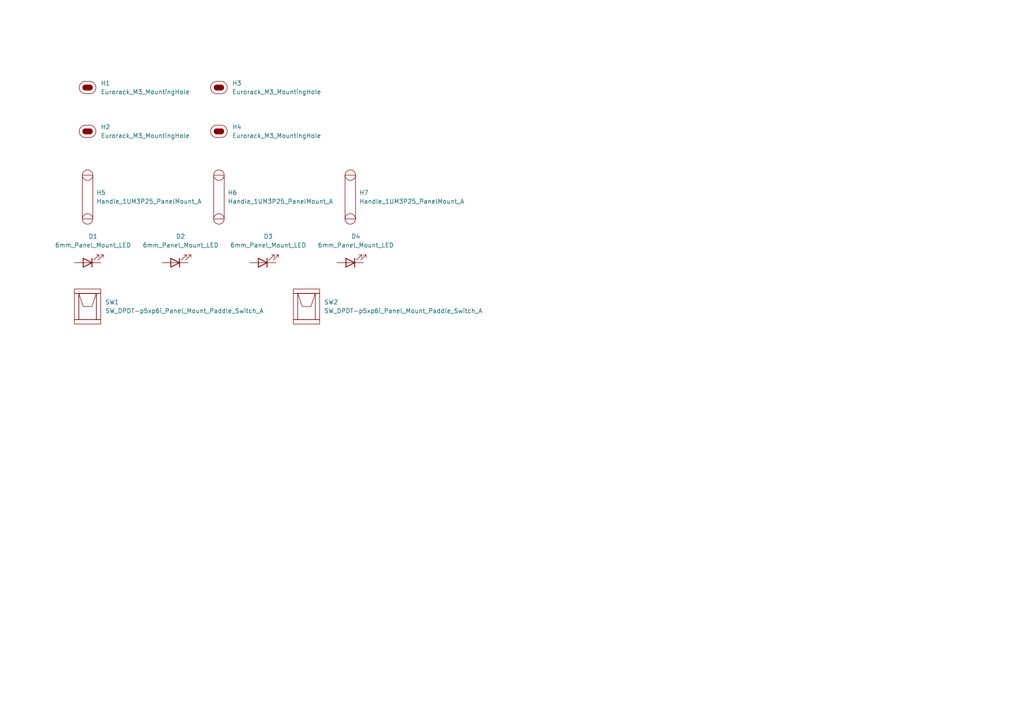
<source format=kicad_sch>
(kicad_sch (version 20250114) (generator "eeschema") (generator_version "9.0")
  (paper "A4")
  (lib_symbols
    (symbol "EXC:6mm_Panel_Mount_LED" (pin_numbers (hide yes)) (pin_names (offset 1.016) (hide yes))
      (property "Reference" "D" (at 0 2.54 0))
      (property "Value" "6mm_Panel_Mount_LED" (at 0 -3.556 0))
      (symbol "6mm_Panel_Mount_LED_0_1"
        (polyline (pts (xy -1.27 1.27) (xy -1.27 -1.27) (xy 1.27 0) (xy -1.27 1.27)) (stroke (width 0.254)))
        (polyline (pts (xy 1.27 1.27) (xy 1.27 -1.27)) (stroke (width 0.254)))
        (polyline (pts (xy 1.27 0) (xy -1.27 0)))
        (polyline (pts (xy 1.778 0.762) (xy 3.302 2.286) (xy 2.54 2.286) (xy 3.302 2.286) (xy 3.302 1.524)))
        (polyline (pts (xy 3.048 0.762) (xy 4.572 2.286) (xy 3.81 2.286) (xy 4.572 2.286) (xy 4.572 1.524)))
      )
      (symbol "6mm_Panel_Mount_LED_1_1"
        (pin passive line (at -3.81 0 0) (length 2.54) (name "A") (number "2"))
        (pin passive line (at 3.81 0 180) (length 2.54) (name "K") (number "1"))
      )
    )
    (symbol "EXC:Eurorack_M3_MountingHole" (pin_names (offset 1.016))
      (property "Reference" "H" (at 0 5.08 0))
      (property "Value" "Eurorack_M3_MountingHole" (at 0 3.175 0))
      (symbol "Eurorack_M3_MountingHole_0_1"
        (polyline (pts (xy -0.635 0.762) (xy 0.635 0.762)))
        (circle (center -0.635 0) (radius 0.762) (fill (type outline)))
        (arc (start -0.635 -0.762) (mid -1.397 0) (end -0.635 0.762))
        (arc (start -0.635 -1.778) (mid -2.413 0) (end -0.635 1.778))
        (polyline (pts (xy -0.635 -0.762) (xy 0.635 -0.762)))
        (polyline (pts (xy -0.635 -1.778) (xy 0.635 -1.778)))
        (circle (center 0 0) (radius 0.762) (fill (type outline)))
        (polyline (pts (xy 0.635 1.778) (xy -0.635 1.778)))
        (arc (start 0.6141 1.778) (mid 2.4131 0) (end 0.6141 -1.778))
        (arc (start 0.6227 0.762) (mid 1.3971 0) (end 0.6227 -0.762))
        (circle (center 0.635 0) (radius 0.762) (fill (type outline)))
      )
    )
    (symbol "EXC:Handle_1UM3P25_A"
      (property "Reference" "H" (at 0 -6.35 0))
      (property "Value" "Handle_1UM3P25_PanelMount_A" (at 0.254 -17.018 0))
      (symbol "Handle_1UM3P25_A_0_1"
        (rectangle (start -1.524 0) (end 1.524 -12.7))
        (circle (center 0 0) (radius 1.524))
        (circle (center 0 -12.7) (radius 1.524))
      )
    )
    (symbol "EXC:SW_DPDT-p5xp6i_Panel_Mount_Paddle_Switch_A" (pin_names (offset 0) (hide yes))
      (property "Reference" "SW" (at 0 6.096 0))
      (property "Value" "SW_DPDT-p5xp6i_Panel_Mount_Paddle_Switch_A" (at 0 -6.35 0))
      (symbol "SW_DPDT-p5xp6i_Panel_Mount_Paddle_Switch_A_0_1"
        (rectangle (start -3.81 5.08) (end 3.81 3.81) (fill (type color)))
        (rectangle (start -3.81 3.81) (end -2.54 -3.81) (fill (type color)))
        (rectangle (start -3.81 -3.81) (end 3.81 -5.08) (fill (type color)))
        (rectangle (start -2.54 3.81) (end 2.54 -3.81))
        (polyline (pts (xy -2.54 3.81) (xy -1.27 0) (xy 1.27 0) (xy 2.54 3.81) (xy -2.54 3.81)) (fill (type color)))
        (rectangle (start 2.54 3.81) (end 3.81 -3.81) (fill (type color)))
      )
    )
  )
  (symbol (lib_id "EXC:Handle_1UM3P25_A") (at 25.4 50.8 0) (unit 1)
    (property "Reference" "H5" (at 27.94 55.8799 0) (effects (justify left)))
    (property "Value" "Handle_1UM3P25_PanelMount_A" (at 27.94 58.4199 0) (effects (justify left)))
    (property "Footprint" "EXC:Handle_1UM3P25_A" (effects (hide yes)))
  )
  (symbol (lib_id "EXC:Eurorack_M3_MountingHole") (at 25.4 38.1 0) (unit 1)
    (property "Reference" "H2" (at 29.21 36.8299 0) (effects (justify left)))
    (property "Value" "Eurorack_M3_MountingHole" (at 29.21 39.3699 0) (effects (justify left)))
    (property "Footprint" "EXC:MountingHole_3.2mm_M3" (effects (hide yes)))
    (property "Description" "Mounting Hole without connection" (effects (hide yes)))
  )
  (symbol (lib_id "EXC:Eurorack_M3_MountingHole") (at 63.5 38.1 0) (unit 1)
    (property "Reference" "H4" (at 67.31 36.8299 0) (effects (justify left)))
    (property "Value" "Eurorack_M3_MountingHole" (at 67.31 39.3699 0) (effects (justify left)))
    (property "Footprint" "EXC:MountingHole_3.2mm_M3" (effects (hide yes)))
    (property "Description" "Mounting Hole without connection" (effects (hide yes)))
  )
  (symbol (lib_id "EXC:6mm_Panel_Mount_LED") (at 101.6 76.2 0) (unit 1)
    (property "Reference" "D4" (at 103.1875 68.58 0))
    (property "Value" "6mm_Panel_Mount_LED" (at 103.1875 71.12 0))
    (property "Footprint" "EXC:6mm_Panel_Mount_LED" (effects (hide yes)))
    (property "Description" "Light emitting diode" (effects (hide yes)))
  )
  (symbol (lib_id "EXC:6mm_Panel_Mount_LED") (at 76.2 76.2 0) (unit 1)
    (property "Reference" "D3" (at 77.7875 68.58 0))
    (property "Value" "6mm_Panel_Mount_LED" (at 77.7875 71.12 0))
    (property "Footprint" "EXC:6mm_Panel_Mount_LED" (effects (hide yes)))
    (property "Description" "Light emitting diode" (effects (hide yes)))
  )
  (symbol (lib_id "EXC:SW_DPDT-p5xp6i_Panel_Mount_Paddle_Switch_A") (at 25.4 88.9 0) (unit 1)
    (property "Reference" "SW1" (at 30.48 87.6299 0) (effects (justify left)))
    (property "Value" "SW_DPDT-p5xp6i_Panel_Mount_Paddle_Switch_A" (at 30.48 90.1699 0) (effects (justify left)))
    (property "Footprint" "EXC:SW_DPDT_p5xp6i_Panel_Mount_Paddle_Switch_A" (effects (hide yes)))
    (property "Datasheet" "https://ae01.alicdn.com/kf/H1970d0d9a30c4d039488acb0367c7727Z.jpg" (effects (hide yes)))
    (property "Description" "Dual Pole Dual-Throw (DPDT) 0.5\"x0.6\" panel-mount paddle switch" (effects (hide yes)))
    (property "Source" "https://www.aliexpress.com/item/4000545485594.html" (effects (hide yes)))
  )
  (symbol (lib_id "EXC:6mm_Panel_Mount_LED") (at 25.4 76.2 0) (unit 1)
    (property "Reference" "D1" (at 26.9875 68.58 0))
    (property "Value" "6mm_Panel_Mount_LED" (at 26.9875 71.12 0))
    (property "Footprint" "EXC:6mm_Panel_Mount_LED" (effects (hide yes)))
    (property "Description" "Light emitting diode" (effects (hide yes)))
  )
  (symbol (lib_id "EXC:Eurorack_M3_MountingHole") (at 63.5 25.4 0) (unit 1)
    (property "Reference" "H3" (at 67.31 24.1299 0) (effects (justify left)))
    (property "Value" "Eurorack_M3_MountingHole" (at 67.31 26.6699 0) (effects (justify left)))
    (property "Footprint" "EXC:MountingHole_3.2mm_M3" (effects (hide yes)))
    (property "Description" "Mounting Hole without connection" (effects (hide yes)))
  )
  (symbol (lib_id "EXC:SW_DPDT-p5xp6i_Panel_Mount_Paddle_Switch_A") (at 88.9 88.9 0) (unit 1)
    (property "Reference" "SW2" (at 93.98 87.6299 0) (effects (justify left)))
    (property "Value" "SW_DPDT-p5xp6i_Panel_Mount_Paddle_Switch_A" (at 93.98 90.1699 0) (effects (justify left)))
    (property "Footprint" "EXC:SW_DPDT_p5xp6i_Panel_Mount_Paddle_Switch_A" (effects (hide yes)))
    (property "Datasheet" "https://ae01.alicdn.com/kf/H1970d0d9a30c4d039488acb0367c7727Z.jpg" (effects (hide yes)))
    (property "Description" "Dual Pole Dual-Throw (DPDT) 0.5\"x0.6\" panel-mount paddle switch" (effects (hide yes)))
    (property "Source" "https://www.aliexpress.com/item/4000545485594.html" (effects (hide yes)))
  )
  (symbol (lib_id "EXC:6mm_Panel_Mount_LED") (at 50.8 76.2 0) (unit 1)
    (property "Reference" "D2" (at 52.3875 68.58 0))
    (property "Value" "6mm_Panel_Mount_LED" (at 52.3875 71.12 0))
    (property "Footprint" "EXC:6mm_Panel_Mount_LED" (effects (hide yes)))
    (property "Description" "Light emitting diode" (effects (hide yes)))
  )
  (symbol (lib_id "EXC:Handle_1UM3P25_A") (at 101.6 50.8 0) (unit 1)
    (property "Reference" "H7" (at 104.14 55.8799 0) (effects (justify left)))
    (property "Value" "Handle_1UM3P25_PanelMount_A" (at 104.14 58.4199 0) (effects (justify left)))
    (property "Footprint" "EXC:Handle_1UM3P25_A" (effects (hide yes)))
  )
  (symbol (lib_id "EXC:Eurorack_M3_MountingHole") (at 25.4 25.4 0) (unit 1)
    (property "Reference" "H1" (at 29.21 24.1299 0) (effects (justify left)))
    (property "Value" "Eurorack_M3_MountingHole" (at 29.21 26.6699 0) (effects (justify left)))
    (property "Footprint" "EXC:MountingHole_3.2mm_M3" (effects (hide yes)))
    (property "Description" "Mounting Hole without connection" (effects (hide yes)))
  )
  (symbol (lib_id "EXC:Handle_1UM3P25_A") (at 63.5 50.8 0) (unit 1)
    (property "Reference" "H6" (at 66.04 55.8799 0) (effects (justify left)))
    (property "Value" "Handle_1UM3P25_PanelMount_A" (at 66.04 58.4199 0) (effects (justify left)))
    (property "Footprint" "EXC:Handle_1UM3P25_A" (effects (hide yes)))
  )
)
</source>
